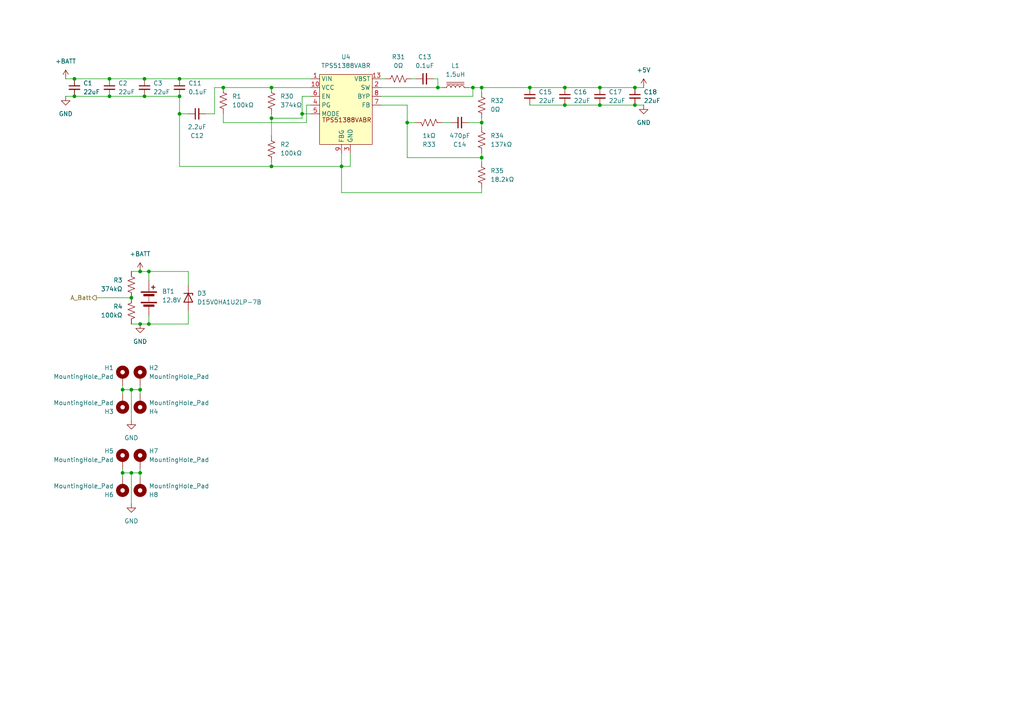
<source format=kicad_sch>
(kicad_sch (version 20250114) (generator "eeschema") (generator_version "9.0")
  (paper "A4")
  (lib_symbols
    (symbol "Device:C_Small" (pin_numbers (hide yes)) (pin_names (offset 0.254) (hide yes))
      (property "Reference" "C" (at 0.254 1.778 0))
      (property "Value" "C_Small" (at 0.254 -2.032 0))
      (symbol "C_Small_0_1"
        (polyline (pts (xy -1.524 0.508) (xy 1.524 0.508)) (stroke (width 0.3048)))
        (polyline (pts (xy -1.524 -0.508) (xy 1.524 -0.508)) (stroke (width 0.3302)))
      )
      (symbol "C_Small_1_1"
        (pin passive line (at 0 2.54 270) (length 2.032) (name "~") (number "1"))
        (pin passive line (at 0 -2.54 90) (length 2.032) (name "~") (number "2"))
      )
    )
    (symbol "Device:R_US" (pin_numbers (hide yes)) (pin_names (offset 0))
      (property "Reference" "R" (at 2.54 0 90))
      (property "Value" "R_US" (at -2.54 0 90))
      (symbol "R_US_0_1"
        (polyline (pts (xy 0 2.286) (xy 0 2.54)))
        (polyline (pts (xy 0 2.286) (xy 1.016 1.905) (xy 0 1.524) (xy -1.016 1.143) (xy 0 0.762)))
        (polyline (pts (xy 0 0.762) (xy 1.016 0.381) (xy 0 0) (xy -1.016 -0.381) (xy 0 -0.762)))
        (polyline (pts (xy 0 -0.762) (xy 1.016 -1.143) (xy 0 -1.524) (xy -1.016 -1.905) (xy 0 -2.286)))
        (polyline (pts (xy 0 -2.286) (xy 0 -2.54)))
      )
      (symbol "R_US_1_1"
        (pin passive line (at 0 3.81 270) (length 1.27) (name "~") (number "1"))
        (pin passive line (at 0 -3.81 90) (length 1.27) (name "~") (number "2"))
      )
    )
    (symbol "Mechanical:MountingHole_Pad" (pin_numbers (hide yes)) (pin_names (offset 1.016) (hide yes)) (in_bom no)
      (property "Reference" "H" (at 0 6.35 0))
      (property "Value" "MountingHole_Pad" (at 0 4.445 0))
      (symbol "MountingHole_Pad_0_1"
        (circle (center 0 1.27) (radius 1.27) (stroke (width 1.27)))
      )
      (symbol "MountingHole_Pad_1_1"
        (pin input line (at 0 -2.54 90) (length 2.54) (name "1") (number "1"))
      )
    )
    (symbol "Nautilus:Battery_Output" (pin_numbers (hide yes)) (pin_names (offset 0) (hide yes))
      (property "Reference" "BT1" (at 3.81 1.8416 0))
      (property "Value" "12.8V" (at 3.81 -0.6984 0))
      (symbol "Battery_Output_0_1"
        (rectangle (start -2.286 1.778) (end 2.286 1.524) (fill (type outline)))
        (rectangle (start -2.286 -1.27) (end 2.286 -1.524) (fill (type outline)))
        (rectangle (start -1.524 1.016) (end 1.524 0.508) (fill (type outline)))
        (rectangle (start -1.524 -2.032) (end 1.524 -2.54) (fill (type outline)))
        (polyline (pts (xy 0 1.778) (xy 0 2.54)))
        (polyline (pts (xy 0 0) (xy 0 0.254)))
        (polyline (pts (xy 0 -0.508) (xy 0 -0.254)))
        (polyline (pts (xy 0 -1.016) (xy 0 -0.762)))
        (polyline (pts (xy 0.762 3.048) (xy 1.778 3.048)) (stroke (width 0.254)))
        (polyline (pts (xy 1.27 3.556) (xy 1.27 2.54)) (stroke (width 0.254)))
      )
      (symbol "Battery_Output_1_1"
        (pin power_out line (at 0 5.08 270) (length 2.54) (name "+") (number "1"))
        (pin power_out line (at 0 -5.08 90) (length 2.54) (name "-") (number "2"))
      )
    )
    (symbol "Nautilus:D15V0HA1U2LP-7B" (pin_numbers (hide yes)) (pin_names (hide yes))
      (property "Reference" "D" (at 0 2.54 0))
      (property "Value" "D15V0HA1U2LP-7B" (at 0 -2.54 0))
      (symbol "D15V0HA1U2LP-7B_0_1"
        (polyline (pts (xy -1.27 -1.27) (xy -1.27 1.27) (xy -0.762 1.27)) (stroke (width 0.254)))
        (polyline (pts (xy 1.27 0) (xy -1.27 0)))
        (polyline (pts (xy 1.27 -1.27) (xy 1.27 1.27) (xy -1.27 0) (xy 1.27 -1.27)) (stroke (width 0.254)))
      )
      (symbol "D15V0HA1U2LP-7B_1_1"
        (pin passive line (at -3.81 0 0) (length 2.54) (name "K") (number "1"))
        (pin passive line (at 3.81 0 180) (length 2.54) (name "A") (number "2"))
      )
    )
    (symbol "Nautilus:Power_Inductor" (pin_numbers (hide yes)) (pin_names (offset 1.016) (hide yes))
      (property "Reference" "L1" (at 6.35 0 90))
      (property "Value" "1.5uH" (at 3.81 0 90))
      (symbol "Power_Inductor_0_1"
        (arc (start 0 2.54) (mid 0.6323 1.905) (end 0 1.27))
        (arc (start 0 1.27) (mid 0.6323 0.635) (end 0 0))
        (arc (start 0 0) (mid 0.6323 -0.635) (end 0 -1.27))
        (arc (start 0 -1.27) (mid 0.6323 -1.905) (end 0 -2.54))
        (polyline (pts (xy 1.016 2.54) (xy 1.016 -2.54)))
        (polyline (pts (xy 1.524 -2.54) (xy 1.524 2.54)))
      )
      (symbol "Power_Inductor_1_1"
        (pin power_in line (at 0 3.81 270) (length 1.27) (name "1") (number "1"))
        (pin power_out line (at 0 -3.81 90) (length 1.27) (name "2") (number "2"))
      )
    )
    (symbol "Nautilus:TPS51388"
      (property "Reference" "U" (at 0 2.286 0))
      (symbol "TPS51388_0_1"
        (rectangle (start -7.62 1.27) (end 7.62 -19.05) (fill (type color) (color 255 255 194 1)))
      )
      (symbol "TPS51388_1_1"
        (text "TPS51388VABR" (at 0.254 -11.938 0) (effects (font (size 1.27 1.27))))
        (pin power_in line (at -10.16 0 0) (length 2.54) (name "VIN") (number "1"))
        (pin power_out line (at -10.16 -2.54 0) (length 2.54) (name "VCC") (number "10"))
        (pin input line (at -10.16 -5.08 0) (length 2.54) (name "EN") (number "6"))
        (pin output line (at -10.16 -7.62 0) (length 2.54) (name "PG") (number "4"))
        (pin input line (at -10.16 -10.16 0) (length 2.54) (name "MODE") (number "5"))
        (pin input line (at -1.27 -21.59 90) (length 2.54) (name "FBG") (number "9"))
        (pin power_in line (at 1.27 -21.59 90) (length 2.54) (hide yes) (name "GND") (number "11"))
        (pin power_in line (at 1.27 -21.59 90) (length 2.54) (name "GND") (number "3"))
        (pin input line (at 10.16 0 180) (length 2.54) (name "VBST") (number "13"))
        (pin input line (at 10.16 -2.54 180) (length 2.54) (hide yes) (name "SW") (number "12"))
        (pin power_out line (at 10.16 -2.54 180) (length 2.54) (name "SW") (number "2"))
        (pin input line (at 10.16 -5.08 180) (length 2.54) (name "BYP") (number "8"))
        (pin input line (at 10.16 -7.62 180) (length 2.54) (name "FB") (number "7"))
      )
    )
    (symbol "power:+5V" (power) (pin_numbers (hide yes)) (pin_names (offset 0) (hide yes))
      (property "Value" "+5V" (at 0 3.556 0))
      (symbol "+5V_0_1"
        (polyline (pts (xy -0.762 1.27) (xy 0 2.54)))
        (polyline (pts (xy 0 2.54) (xy 0.762 1.27)))
        (polyline (pts (xy 0 0) (xy 0 2.54)))
      )
      (symbol "+5V_1_1"
        (pin power_in line (at 0 0 90) (length 0) (name "~") (number "1"))
      )
    )
    (symbol "power:+BATT" (power) (pin_numbers (hide yes)) (pin_names (offset 0) (hide yes))
      (property "Value" "+BATT" (at 0 3.556 0))
      (symbol "+BATT_0_1"
        (polyline (pts (xy -0.762 1.27) (xy 0 2.54)))
        (polyline (pts (xy 0 2.54) (xy 0.762 1.27)))
        (polyline (pts (xy 0 0) (xy 0 2.54)))
      )
      (symbol "+BATT_1_1"
        (pin power_in line (at 0 0 90) (length 0) (name "~") (number "1"))
      )
    )
    (symbol "power:GND" (power) (pin_numbers (hide yes)) (pin_names (offset 0) (hide yes))
      (property "Value" "GND" (at 0 -3.81 0))
      (symbol "GND_0_1"
        (polyline (pts (xy 0 0) (xy 0 -1.27) (xy 1.27 -1.27) (xy 0 -2.54) (xy -1.27 -1.27) (xy 0 -1.27)))
      )
      (symbol "GND_1_1"
        (pin power_in line (at 0 0 270) (length 0) (name "~") (number "1"))
      )
    )
  )
  (junction (at 139.7 35.56))
  (junction (at 163.83 25.4))
  (junction (at 31.75 22.86))
  (junction (at 35.56 113.03))
  (junction (at 41.91 22.86))
  (junction (at 99.06 48.26))
  (junction (at 52.07 27.94))
  (junction (at 38.1 137.16))
  (junction (at 153.67 25.4))
  (junction (at 163.83 30.48))
  (junction (at 78.74 25.4))
  (junction (at 43.18 93.98))
  (junction (at 38.1 86.36))
  (junction (at 139.7 45.72))
  (junction (at 35.56 137.16))
  (junction (at 78.74 48.26))
  (junction (at 173.99 25.4))
  (junction (at 40.64 137.16))
  (junction (at 52.07 33.02))
  (junction (at 52.07 22.86))
  (junction (at 78.74 34.29))
  (junction (at 43.18 78.74))
  (junction (at 41.91 27.94))
  (junction (at 40.64 113.03))
  (junction (at 87.63 33.02))
  (junction (at 64.77 25.4))
  (junction (at 38.1 113.03))
  (junction (at 31.75 27.94))
  (junction (at 21.59 27.94))
  (junction (at 127 25.4))
  (junction (at 118.11 35.56))
  (junction (at 40.64 93.98))
  (junction (at 137.16 25.4))
  (junction (at 21.59 22.86))
  (junction (at 184.15 25.4))
  (junction (at 40.64 78.74))
  (junction (at 139.7 25.4))
  (junction (at 173.99 30.48))
  (junction (at 184.15 30.48))
  (wire (pts (xy 139.7 36.83) (xy 139.7 35.56)))
  (wire (pts (xy 40.64 135.89) (xy 40.64 137.16)))
  (wire (pts (xy 62.23 33.02) (xy 62.23 25.4)))
  (wire (pts (xy 27.94 86.36) (xy 38.1 86.36)))
  (wire (pts (xy 78.74 48.26) (xy 99.06 48.26)))
  (wire (pts (xy 139.7 25.4) (xy 153.67 25.4)))
  (wire (pts (xy 31.75 27.94) (xy 41.91 27.94)))
  (wire (pts (xy 127 22.86) (xy 125.73 22.86)))
  (wire (pts (xy 54.61 78.74) (xy 43.18 78.74)))
  (wire (pts (xy 139.7 45.72) (xy 139.7 44.45)))
  (wire (pts (xy 62.23 25.4) (xy 64.77 25.4)))
  (wire (pts (xy 88.9 35.56) (xy 88.9 30.48)))
  (wire (pts (xy 110.49 27.94) (xy 137.16 27.94)))
  (wire (pts (xy 52.07 48.26) (xy 52.07 33.02)))
  (wire (pts (xy 40.64 111.76) (xy 40.64 113.03)))
  (wire (pts (xy 41.91 22.86) (xy 52.07 22.86)))
  (wire (pts (xy 186.69 25.4) (xy 184.15 25.4)))
  (wire (pts (xy 52.07 33.02) (xy 52.07 27.94)))
  (wire (pts (xy 128.27 35.56) (xy 130.81 35.56)))
  (wire (pts (xy 43.18 93.98) (xy 54.61 93.98)))
  (wire (pts (xy 52.07 48.26) (xy 78.74 48.26)))
  (wire (pts (xy 118.11 35.56) (xy 120.65 35.56)))
  (wire (pts (xy 110.49 30.48) (xy 118.11 30.48)))
  (wire (pts (xy 153.67 25.4) (xy 163.83 25.4)))
  (wire (pts (xy 35.56 137.16) (xy 35.56 138.43)))
  (wire (pts (xy 139.7 34.29) (xy 139.7 35.56)))
  (wire (pts (xy 40.64 113.03) (xy 38.1 113.03)))
  (wire (pts (xy 78.74 34.29) (xy 87.63 34.29)))
  (wire (pts (xy 35.56 113.03) (xy 38.1 113.03)))
  (wire (pts (xy 54.61 93.98) (xy 54.61 90.17)))
  (wire (pts (xy 87.63 33.02) (xy 90.17 33.02)))
  (wire (pts (xy 43.18 93.98) (xy 43.18 91.44)))
  (wire (pts (xy 137.16 25.4) (xy 135.89 25.4)))
  (wire (pts (xy 173.99 30.48) (xy 184.15 30.48)))
  (wire (pts (xy 38.1 113.03) (xy 38.1 121.92)))
  (wire (pts (xy 59.69 33.02) (xy 62.23 33.02)))
  (wire (pts (xy 40.64 93.98) (xy 43.18 93.98)))
  (wire (pts (xy 38.1 137.16) (xy 38.1 146.05)))
  (wire (pts (xy 87.63 33.02) (xy 87.63 34.29)))
  (wire (pts (xy 127 25.4) (xy 127 22.86)))
  (wire (pts (xy 40.64 78.74) (xy 43.18 78.74)))
  (wire (pts (xy 78.74 33.02) (xy 78.74 34.29)))
  (wire (pts (xy 64.77 25.4) (xy 78.74 25.4)))
  (wire (pts (xy 87.63 27.94) (xy 87.63 33.02)))
  (wire (pts (xy 139.7 25.4) (xy 139.7 26.67)))
  (wire (pts (xy 31.75 22.86) (xy 41.91 22.86)))
  (wire (pts (xy 139.7 45.72) (xy 118.11 45.72)))
  (wire (pts (xy 54.61 33.02) (xy 52.07 33.02)))
  (wire (pts (xy 118.11 45.72) (xy 118.11 35.56)))
  (wire (pts (xy 35.56 111.76) (xy 35.56 113.03)))
  (wire (pts (xy 128.27 25.4) (xy 127 25.4)))
  (wire (pts (xy 186.69 30.48) (xy 184.15 30.48)))
  (wire (pts (xy 139.7 35.56) (xy 135.89 35.56)))
  (wire (pts (xy 21.59 27.94) (xy 31.75 27.94)))
  (wire (pts (xy 19.05 22.86) (xy 21.59 22.86)))
  (wire (pts (xy 35.56 113.03) (xy 35.56 114.3)))
  (wire (pts (xy 118.11 35.56) (xy 118.11 30.48)))
  (wire (pts (xy 40.64 113.03) (xy 40.64 114.3)))
  (wire (pts (xy 41.91 27.94) (xy 52.07 27.94)))
  (wire (pts (xy 120.65 22.86) (xy 119.38 22.86)))
  (wire (pts (xy 35.56 137.16) (xy 38.1 137.16)))
  (wire (pts (xy 110.49 25.4) (xy 127 25.4)))
  (wire (pts (xy 90.17 27.94) (xy 87.63 27.94)))
  (wire (pts (xy 19.05 27.94) (xy 21.59 27.94)))
  (wire (pts (xy 153.67 30.48) (xy 163.83 30.48)))
  (wire (pts (xy 78.74 46.99) (xy 78.74 48.26)))
  (wire (pts (xy 35.56 135.89) (xy 35.56 137.16)))
  (wire (pts (xy 139.7 55.88) (xy 139.7 54.61)))
  (wire (pts (xy 139.7 46.99) (xy 139.7 45.72)))
  (wire (pts (xy 99.06 48.26) (xy 101.6 48.26)))
  (wire (pts (xy 139.7 55.88) (xy 99.06 55.88)))
  (wire (pts (xy 137.16 25.4) (xy 137.16 27.94)))
  (wire (pts (xy 43.18 78.74) (xy 43.18 81.28)))
  (wire (pts (xy 38.1 93.98) (xy 40.64 93.98)))
  (wire (pts (xy 78.74 34.29) (xy 78.74 39.37)))
  (wire (pts (xy 163.83 30.48) (xy 173.99 30.48)))
  (wire (pts (xy 139.7 25.4) (xy 137.16 25.4)))
  (wire (pts (xy 99.06 55.88) (xy 99.06 48.26)))
  (wire (pts (xy 52.07 22.86) (xy 90.17 22.86)))
  (wire (pts (xy 111.76 22.86) (xy 110.49 22.86)))
  (wire (pts (xy 99.06 48.26) (xy 99.06 44.45)))
  (wire (pts (xy 64.77 35.56) (xy 64.77 33.02)))
  (wire (pts (xy 40.64 137.16) (xy 38.1 137.16)))
  (wire (pts (xy 21.59 22.86) (xy 31.75 22.86)))
  (wire (pts (xy 101.6 44.45) (xy 101.6 48.26)))
  (wire (pts (xy 163.83 25.4) (xy 173.99 25.4)))
  (wire (pts (xy 64.77 35.56) (xy 88.9 35.56)))
  (wire (pts (xy 78.74 25.4) (xy 90.17 25.4)))
  (wire (pts (xy 88.9 30.48) (xy 90.17 30.48)))
  (wire (pts (xy 173.99 25.4) (xy 184.15 25.4)))
  (wire (pts (xy 38.1 78.74) (xy 40.64 78.74)))
  (wire (pts (xy 40.64 137.16) (xy 40.64 138.43)))
  (wire (pts (xy 54.61 82.55) (xy 54.61 78.74)))
  (hierarchical_label "A_Batt" (shape output) (at 27.94 86.36 180))
  (symbol (lib_id "Device:R_US") (at 139.7 50.8 180) (unit 1)
    (property "Reference" "R35" (at 142.24 49.5299 0) (effects (justify right)))
    (property "Value" "18.2kΩ" (at 142.24 52.0699 0) (effects (justify right)))
    (property "Footprint" "Resistor_SMD:R_0805_2012Metric" (effects (hide yes)))
    (property "Description" "Resistor, US symbol" (effects (hide yes)))
  )
  (symbol (lib_id "power:+BATT") (at 19.05 22.86 0) (unit 1)
    (property "Reference" "#PWR01" (effects (hide yes)))
    (property "Value" "+BATT" (at 19.05 17.78 0))
    (property "Description" "Power symbol creates a global label with name \"+BATT\"" (effects (hide yes)))
  )
  (symbol (lib_id "power:GND") (at 38.1 146.05 0) (unit 1)
    (property "Reference" "#PWR042" (effects (hide yes)))
    (property "Value" "GND" (at 38.1 151.13 0))
    (property "Description" "Power symbol creates a global label with name \"GND\" , ground" (effects (hide yes)))
  )
  (symbol (lib_id "Nautilus:TPS51388") (at 100.33 22.86 0) (unit 1)
    (property "Reference" "U4" (at 100.33 16.51 0))
    (property "Value" "TPS51388VABR" (at 100.33 19.05 0))
    (property "Footprint" "Nautilus:CONV_TPS513885VABR" (effects (hide yes)))
  )
  (symbol (lib_id "Nautilus:D15V0HA1U2LP-7B") (at 54.61 86.36 270) (unit 1)
    (property "Reference" "D3" (at 57.15 85.0899 90) (effects (justify left)))
    (property "Value" "D15V0HA1U2LP-7B" (at 57.15 87.6299 90) (effects (justify left)))
    (property "Footprint" "Diode_SMD:D_SOD-882" (effects (hide yes)))
    (property "Datasheet" "https://www.diodes.com/assets/Datasheets/D15V0HA1U2LP.pdf" (effects (hide yes)))
    (property "Description" "23V (Typ) Clamp 20A (8/20µs) Ipp Tvs Diode Surface Mount X1-DFN1006-2" (effects (hide yes)))
  )
  (symbol (lib_id "Device:C_Small") (at 153.67 27.94 0) (unit 1)
    (property "Reference" "C15" (at 156.21 26.6762 0) (effects (justify left)))
    (property "Value" "22uF" (at 156.21 29.2162 0) (effects (justify left)))
    (property "Footprint" "Capacitor_SMD:C_0805_2012Metric" (effects (hide yes)))
    (property "Description" "Unpolarized capacitor, small symbol" (effects (hide yes)))
  )
  (symbol (lib_id "Mechanical:MountingHole_Pad") (at 35.56 109.22 0) (mirror y) (unit 1) (in_bom no)
    (property "Reference" "H1" (at 33.02 106.6799 0) (effects (justify left)))
    (property "Value" "MountingHole_Pad" (at 33.02 109.2199 0) (effects (justify left)))
    (property "Footprint" "MountingHole:MountingHole_2.7mm_M2.5_DIN965_Pad" (effects (hide yes)))
    (property "Description" "Mounting Hole with connection" (effects (hide yes)))
  )
  (symbol (lib_id "Device:C_Small") (at 123.19 22.86 90) (unit 1)
    (property "Reference" "C13" (at 123.1963 16.51 90))
    (property "Value" "0.1uF" (at 123.1963 19.05 90))
    (property "Footprint" "Capacitor_SMD:C_0805_2012Metric" (effects (hide yes)))
    (property "Description" "Unpolarized capacitor, small symbol" (effects (hide yes)))
  )
  (symbol (lib_id "Mechanical:MountingHole_Pad") (at 40.64 116.84 0) (mirror x) (unit 1) (in_bom no)
    (property "Reference" "H4" (at 43.18 119.3801 0) (effects (justify left)))
    (property "Value" "MountingHole_Pad" (at 43.18 116.8401 0) (effects (justify left)))
    (property "Footprint" "MountingHole:MountingHole_2.7mm_M2.5_DIN965_Pad" (effects (hide yes)))
    (property "Description" "Mounting Hole with connection" (effects (hide yes)))
  )
  (symbol (lib_id "Mechanical:MountingHole_Pad") (at 40.64 140.97 0) (mirror x) (unit 1) (in_bom no)
    (property "Reference" "H8" (at 43.18 143.5101 0) (effects (justify left)))
    (property "Value" "MountingHole_Pad" (at 43.18 140.9701 0) (effects (justify left)))
    (property "Footprint" "MountingHole:MountingHole_2.7mm_M2.5_DIN965_Pad" (effects (hide yes)))
    (property "Description" "Mounting Hole with connection" (effects (hide yes)))
  )
  (symbol (lib_id "power:GND") (at 19.05 27.94 0) (unit 1)
    (property "Reference" "#PWR03" (effects (hide yes)))
    (property "Value" "GND" (at 19.05 33.02 0))
    (property "Description" "Power symbol creates a global label with name \"GND\" , ground" (effects (hide yes)))
  )
  (symbol (lib_id "Device:C_Small") (at 184.15 27.94 0) (unit 1)
    (property "Reference" "C18" (at 186.69 26.6762 0) (effects (justify left)))
    (property "Value" "22uF" (at 186.69 29.2162 0) (effects (justify left)))
    (property "Footprint" "Capacitor_SMD:C_0805_2012Metric" (effects (hide yes)))
    (property "Description" "Unpolarized capacitor, small symbol" (effects (hide yes)))
  )
  (symbol (lib_id "Device:R_US") (at 115.57 22.86 90) (unit 1)
    (property "Reference" "R31" (at 115.57 16.51 90))
    (property "Value" "0Ω" (at 115.57 19.05 90))
    (property "Footprint" "Resistor_SMD:R_0805_2012Metric" (effects (hide yes)))
    (property "Description" "Resistor, US symbol" (effects (hide yes)))
  )
  (symbol (lib_id "Device:C_Small") (at 163.83 27.94 0) (unit 1)
    (property "Reference" "C16" (at 166.37 26.6762 0) (effects (justify left)))
    (property "Value" "22uF" (at 166.37 29.2162 0) (effects (justify left)))
    (property "Footprint" "Capacitor_SMD:C_0805_2012Metric" (effects (hide yes)))
    (property "Description" "Unpolarized capacitor, small symbol" (effects (hide yes)))
  )
  (symbol (lib_id "power:GND") (at 38.1 121.92 0) (unit 1)
    (property "Reference" "#PWR040" (effects (hide yes)))
    (property "Value" "GND" (at 38.1 127 0))
    (property "Description" "Power symbol creates a global label with name \"GND\" , ground" (effects (hide yes)))
  )
  (symbol (lib_id "Device:C_Small") (at 31.75 25.4 0) (unit 1)
    (property "Reference" "C2" (at 34.29 24.1362 0) (effects (justify left)))
    (property "Value" "22uF" (at 34.29 26.6762 0) (effects (justify left)))
    (property "Footprint" "Capacitor_SMD:C_0805_2012Metric" (effects (hide yes)))
    (property "Description" "Unpolarized capacitor, small symbol" (effects (hide yes)))
  )
  (symbol (lib_id "Device:C_Small") (at 21.59 25.4 0) (unit 1)
    (property "Reference" "C1" (at 24.13 24.1362 0) (effects (justify left)))
    (property "Value" "22uF" (at 24.13 26.6762 0) (effects (justify left)))
    (property "Footprint" "Capacitor_SMD:C_0805_2012Metric" (effects (hide yes)))
    (property "Description" "Unpolarized capacitor, small symbol" (effects (hide yes)))
  )
  (symbol (lib_id "Mechanical:MountingHole_Pad") (at 40.64 133.35 0) (unit 1) (in_bom no)
    (property "Reference" "H7" (at 43.18 130.8099 0) (effects (justify left)))
    (property "Value" "MountingHole_Pad" (at 43.18 133.3499 0) (effects (justify left)))
    (property "Footprint" "MountingHole:MountingHole_2.7mm_M2.5_DIN965_Pad" (effects (hide yes)))
    (property "Description" "Mounting Hole with connection" (effects (hide yes)))
  )
  (symbol (lib_id "Mechanical:MountingHole_Pad") (at 40.64 109.22 0) (unit 1) (in_bom no)
    (property "Reference" "H2" (at 43.18 106.6799 0) (effects (justify left)))
    (property "Value" "MountingHole_Pad" (at 43.18 109.2199 0) (effects (justify left)))
    (property "Footprint" "MountingHole:MountingHole_2.7mm_M2.5_DIN965_Pad" (effects (hide yes)))
    (property "Description" "Mounting Hole with connection" (effects (hide yes)))
  )
  (symbol (lib_id "Device:R_US") (at 38.1 90.17 0) (mirror y) (unit 1)
    (property "Reference" "R4" (at 35.56 88.8999 0) (effects (justify left)))
    (property "Value" "100kΩ" (at 35.56 91.4399 0) (effects (justify left)))
    (property "Footprint" "Resistor_SMD:R_0805_2012Metric" (effects (hide yes)))
    (property "Description" "Resistor, US symbol" (effects (hide yes)))
  )
  (symbol (lib_id "Device:R_US") (at 139.7 40.64 180) (unit 1)
    (property "Reference" "R34" (at 142.24 39.3699 0) (effects (justify right)))
    (property "Value" "137kΩ" (at 142.24 41.9099 0) (effects (justify right)))
    (property "Footprint" "Resistor_SMD:R_0805_2012Metric" (effects (hide yes)))
    (property "Description" "Resistor, US symbol" (effects (hide yes)))
  )
  (symbol (lib_id "Device:R_US") (at 78.74 43.18 0) (unit 1)
    (property "Reference" "R2" (at 81.28 41.9099 0) (effects (justify left)))
    (property "Value" "100kΩ" (at 81.28 44.4499 0) (effects (justify left)))
    (property "Footprint" "Resistor_SMD:R_0805_2012Metric" (effects (hide yes)))
    (property "Description" "Resistor, US symbol" (effects (hide yes)))
  )
  (symbol (lib_id "Device:R_US") (at 64.77 29.21 0) (unit 1)
    (property "Reference" "R1" (at 67.31 27.9399 0) (effects (justify left)))
    (property "Value" "100kΩ" (at 67.31 30.4799 0) (effects (justify left)))
    (property "Footprint" "Resistor_SMD:R_0805_2012Metric" (effects (hide yes)))
    (property "Description" "Resistor, US symbol" (effects (hide yes)))
  )
  (symbol (lib_id "Device:R_US") (at 139.7 30.48 180) (unit 1)
    (property "Reference" "R32" (at 142.24 29.2099 0) (effects (justify right)))
    (property "Value" "0Ω" (at 142.24 31.7499 0) (effects (justify right)))
    (property "Footprint" "Resistor_SMD:R_0805_2012Metric" (effects (hide yes)))
    (property "Description" "Resistor, US symbol" (effects (hide yes)))
  )
  (symbol (lib_id "Device:C_Small") (at 173.99 27.94 0) (unit 1)
    (property "Reference" "C17" (at 176.53 26.6762 0) (effects (justify left)))
    (property "Value" "22uF" (at 176.53 29.2162 0) (effects (justify left)))
    (property "Footprint" "Capacitor_SMD:C_0805_2012Metric" (effects (hide yes)))
    (property "Description" "Unpolarized capacitor, small symbol" (effects (hide yes)))
  )
  (symbol (lib_id "Device:C_Small") (at 52.07 25.4 0) (unit 1)
    (property "Reference" "C11" (at 54.61 24.1362 0) (effects (justify left)))
    (property "Value" "0.1uF" (at 54.61 26.6762 0) (effects (justify left)))
    (property "Footprint" "Capacitor_SMD:C_0805_2012Metric" (effects (hide yes)))
    (property "Description" "Unpolarized capacitor, small symbol" (effects (hide yes)))
  )
  (symbol (lib_id "Device:R_US") (at 78.74 29.21 0) (unit 1)
    (property "Reference" "R30" (at 81.28 27.9399 0) (effects (justify left)))
    (property "Value" "374kΩ" (at 81.28 30.4799 0) (effects (justify left)))
    (property "Footprint" "Resistor_SMD:R_0805_2012Metric" (effects (hide yes)))
    (property "Description" "Resistor, US symbol" (effects (hide yes)))
  )
  (symbol (lib_id "Device:C_Small") (at 133.35 35.56 90) (unit 1)
    (property "Reference" "C14" (at 133.3563 41.91 90))
    (property "Value" "470pF" (at 133.3563 39.37 90))
    (property "Footprint" "Capacitor_SMD:C_0805_2012Metric" (effects (hide yes)))
    (property "Description" "Unpolarized capacitor, small symbol" (effects (hide yes)))
  )
  (symbol (lib_id "Device:R_US") (at 38.1 82.55 0) (unit 1)
    (property "Reference" "R3" (at 35.56 81.2799 0) (effects (justify right)))
    (property "Value" "374kΩ" (at 35.56 83.8199 0) (effects (justify right)))
    (property "Footprint" "Resistor_SMD:R_0805_2012Metric" (effects (hide yes)))
    (property "Description" "Resistor, US symbol" (effects (hide yes)))
  )
  (symbol (lib_id "Device:R_US") (at 124.46 35.56 90) (mirror x) (unit 1)
    (property "Reference" "R33" (at 124.46 41.91 90))
    (property "Value" "1kΩ" (at 124.46 39.37 90))
    (property "Footprint" "Resistor_SMD:R_0805_2012Metric" (effects (hide yes)))
    (property "Description" "Resistor, US symbol" (effects (hide yes)))
  )
  (symbol (lib_id "Device:C_Small") (at 57.15 33.02 90) (unit 1)
    (property "Reference" "C12" (at 57.1564 39.37 90))
    (property "Value" "2.2uF" (at 57.1564 36.83 90))
    (property "Footprint" "Capacitor_SMD:C_0805_2012Metric" (effects (hide yes)))
    (property "Description" "Unpolarized capacitor, small symbol" (effects (hide yes)))
  )
  (symbol (lib_id "power:+5V") (at 186.69 25.4 0) (unit 1)
    (property "Reference" "#PWR02" (effects (hide yes)))
    (property "Value" "+5V" (at 186.69 20.32 0))
    (property "Description" "Power symbol creates a global label with name \"+5V\"" (effects (hide yes)))
  )
  (symbol (lib_id "Nautilus:Battery_Output") (at 43.18 86.36 0) (unit 1)
    (property "Reference" "BT1" (at 46.99 84.5184 0) (effects (justify left)))
    (property "Value" "12.8V" (at 46.99 87.0584 0) (effects (justify left)))
    (property "Footprint" "Connector_Molex:Molex_Mega-Fit_76829-0002_2x01_P5.70mm_Vertical" (effects (hide yes)))
    (property "Description" "Multiple-cell battery" (effects (hide yes)))
    (property "Sim.Device" "V" (effects (hide yes)))
    (property "Sim.Type" "DC" (effects (hide yes)))
    (property "Sim.Pins" "1=+ 2=-" (effects (hide yes)))
  )
  (symbol (lib_id "power:GND") (at 40.64 93.98 0) (unit 1)
    (property "Reference" "#PWR07" (effects (hide yes)))
    (property "Value" "GND" (at 40.64 99.06 0))
    (property "Description" "Power symbol creates a global label with name \"GND\" , ground" (effects (hide yes)))
  )
  (symbol (lib_id "Mechanical:MountingHole_Pad") (at 35.56 140.97 180) (unit 1) (in_bom no)
    (property "Reference" "H6" (at 33.02 143.5101 0) (effects (justify left)))
    (property "Value" "MountingHole_Pad" (at 33.02 140.9701 0) (effects (justify left)))
    (property "Footprint" "MountingHole:MountingHole_2.7mm_M2.5_DIN965_Pad" (effects (hide yes)))
    (property "Description" "Mounting Hole with connection" (effects (hide yes)))
  )
  (symbol (lib_id "Mechanical:MountingHole_Pad") (at 35.56 133.35 0) (mirror y) (unit 1) (in_bom no)
    (property "Reference" "H5" (at 33.02 130.8099 0) (effects (justify left)))
    (property "Value" "MountingHole_Pad" (at 33.02 133.3499 0) (effects (justify left)))
    (property "Footprint" "MountingHole:MountingHole_2.7mm_M2.5_DIN965_Pad" (effects (hide yes)))
    (property "Description" "Mounting Hole with connection" (effects (hide yes)))
  )
  (symbol (lib_id "Mechanical:MountingHole_Pad") (at 35.56 116.84 180) (unit 1) (in_bom no)
    (property "Reference" "H3" (at 33.02 119.3801 0) (effects (justify left)))
    (property "Value" "MountingHole_Pad" (at 33.02 116.8401 0) (effects (justify left)))
    (property "Footprint" "MountingHole:MountingHole_2.7mm_M2.5_DIN965_Pad" (effects (hide yes)))
    (property "Description" "Mounting Hole with connection" (effects (hide yes)))
  )
  (symbol (lib_id "power:GND") (at 186.69 30.48 0) (unit 1)
    (property "Reference" "#PWR035" (effects (hide yes)))
    (property "Value" "GND" (at 186.69 35.56 0))
    (property "Description" "Power symbol creates a global label with name \"GND\" , ground" (effects (hide yes)))
  )
  (symbol (lib_id "Device:C_Small") (at 41.91 25.4 0) (unit 1)
    (property "Reference" "C3" (at 44.45 24.1362 0) (effects (justify left)))
    (property "Value" "22uF" (at 44.45 26.6762 0) (effects (justify left)))
    (property "Footprint" "Capacitor_SMD:C_0805_2012Metric" (effects (hide yes)))
    (property "Description" "Unpolarized capacitor, small symbol" (effects (hide yes)))
  )
  (symbol (lib_id "power:+BATT") (at 40.64 78.74 0) (unit 1)
    (property "Reference" "#PWR06" (effects (hide yes)))
    (property "Value" "+BATT" (at 40.64 73.66 0))
    (property "Description" "Power symbol creates a global label with name \"+BATT\"" (effects (hide yes)))
  )
  (symbol (lib_id "Nautilus:Power_Inductor") (at 132.08 25.4 90) (unit 1)
    (property "Reference" "L1" (at 132.08 19.05 90))
    (property "Value" "1.5uH" (at 132.08 21.59 90))
    (property "Footprint" "Nautilus:IND_HPC6045NC_TTA" (effects (hide yes)))
    (property "Description" "Inductor with iron core" (effects (hide yes)))
  )
)
</source>
